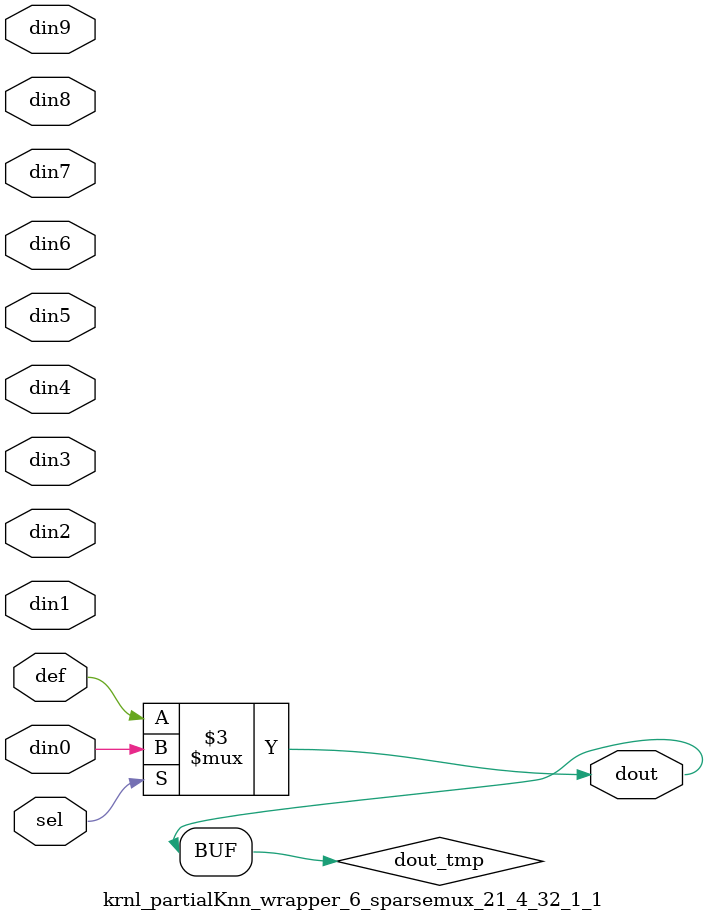
<source format=v>
`timescale 1 ns / 1 ps
module krnl_partialKnn_wrapper_6_sparsemux_21_4_32_1_1 (din0,din1,din2,din3,din4,din5,din6,din7,din8,din9,def,sel,dout);
parameter din0_WIDTH = 1;
parameter din1_WIDTH = 1;
parameter din2_WIDTH = 1;
parameter din3_WIDTH = 1;
parameter din4_WIDTH = 1;
parameter din5_WIDTH = 1;
parameter din6_WIDTH = 1;
parameter din7_WIDTH = 1;
parameter din8_WIDTH = 1;
parameter din9_WIDTH = 1;
parameter def_WIDTH = 1;
parameter sel_WIDTH = 1;
parameter dout_WIDTH = 1;
parameter [sel_WIDTH-1:0] CASE0 = 1;
parameter [sel_WIDTH-1:0] CASE1 = 1;
parameter [sel_WIDTH-1:0] CASE2 = 1;
parameter [sel_WIDTH-1:0] CASE3 = 1;
parameter [sel_WIDTH-1:0] CASE4 = 1;
parameter [sel_WIDTH-1:0] CASE5 = 1;
parameter [sel_WIDTH-1:0] CASE6 = 1;
parameter [sel_WIDTH-1:0] CASE7 = 1;
parameter [sel_WIDTH-1:0] CASE8 = 1;
parameter [sel_WIDTH-1:0] CASE9 = 1;
parameter ID = 1;
parameter NUM_STAGE = 1;
input [din0_WIDTH-1:0] din0;
input [din1_WIDTH-1:0] din1;
input [din2_WIDTH-1:0] din2;
input [din3_WIDTH-1:0] din3;
input [din4_WIDTH-1:0] din4;
input [din5_WIDTH-1:0] din5;
input [din6_WIDTH-1:0] din6;
input [din7_WIDTH-1:0] din7;
input [din8_WIDTH-1:0] din8;
input [din9_WIDTH-1:0] din9;
input [def_WIDTH-1:0] def;
input [sel_WIDTH-1:0] sel;
output [dout_WIDTH-1:0] dout;
reg [dout_WIDTH-1:0] dout_tmp;
always @ (*) begin
case (sel)
    
    CASE0 : dout_tmp = din0;
    
    CASE1 : dout_tmp = din1;
    
    CASE2 : dout_tmp = din2;
    
    CASE3 : dout_tmp = din3;
    
    CASE4 : dout_tmp = din4;
    
    CASE5 : dout_tmp = din5;
    
    CASE6 : dout_tmp = din6;
    
    CASE7 : dout_tmp = din7;
    
    CASE8 : dout_tmp = din8;
    
    CASE9 : dout_tmp = din9;
    
    default : dout_tmp = def;
endcase
end
assign dout = dout_tmp;
endmodule
</source>
